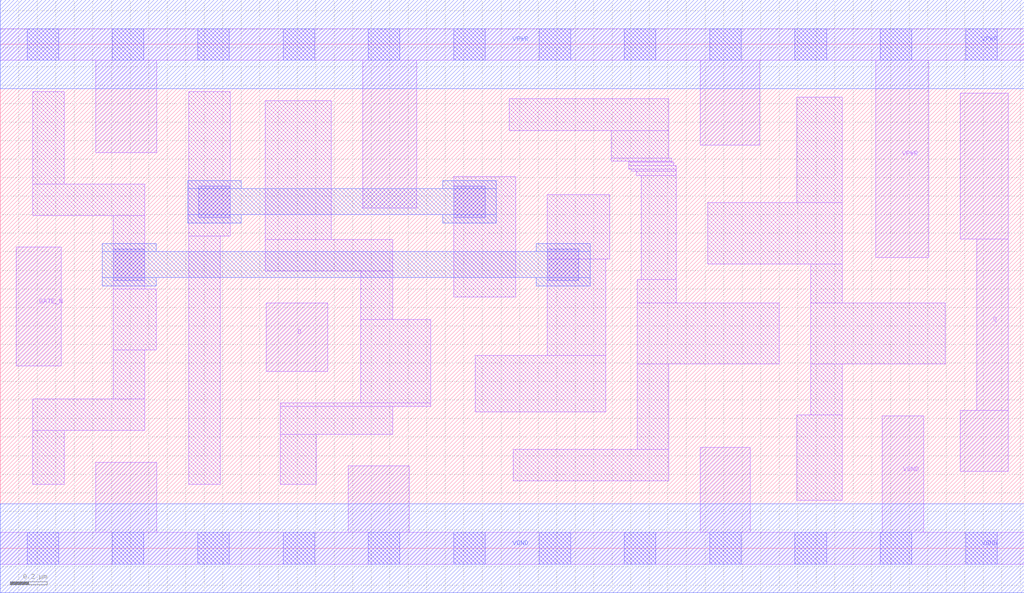
<source format=lef>
# Copyright 2020 The SkyWater PDK Authors
#
# Licensed under the Apache License, Version 2.0 (the "License");
# you may not use this file except in compliance with the License.
# You may obtain a copy of the License at
#
#     https://www.apache.org/licenses/LICENSE-2.0
#
# Unless required by applicable law or agreed to in writing, software
# distributed under the License is distributed on an "AS IS" BASIS,
# WITHOUT WARRANTIES OR CONDITIONS OF ANY KIND, either express or implied.
# See the License for the specific language governing permissions and
# limitations under the License.
#
# SPDX-License-Identifier: Apache-2.0

VERSION 5.7 ;
  NAMESCASESENSITIVE ON ;
  NOWIREEXTENSIONATPIN ON ;
  DIVIDERCHAR "/" ;
  BUSBITCHARS "[]" ;
UNITS
  DATABASE MICRONS 200 ;
END UNITS
MACRO sky130_fd_sc_hd__dlxtn_1
  CLASS CORE ;
  SOURCE USER ;
  FOREIGN sky130_fd_sc_hd__dlxtn_1 ;
  ORIGIN  0.000000  0.000000 ;
  SIZE  5.520000 BY  2.720000 ;
  SYMMETRY X Y R90 ;
  SITE unithd ;
  PIN D
    ANTENNAGATEAREA  0.159000 ;
    DIRECTION INPUT ;
    USE SIGNAL ;
    PORT
      LAYER li1 ;
        RECT 1.435000 0.955000 1.765000 1.325000 ;
    END
  END D
  PIN Q
    ANTENNADIFFAREA  0.429000 ;
    DIRECTION OUTPUT ;
    USE SIGNAL ;
    PORT
      LAYER li1 ;
        RECT 5.175000 0.415000 5.435000 0.745000 ;
        RECT 5.175000 1.670000 5.435000 2.455000 ;
        RECT 5.265000 0.745000 5.435000 1.670000 ;
    END
  END Q
  PIN GATE_N
    ANTENNAGATEAREA  0.159000 ;
    DIRECTION INPUT ;
    USE CLOCK ;
    PORT
      LAYER li1 ;
        RECT 0.085000 0.985000 0.330000 1.625000 ;
    END
  END GATE_N
  PIN VGND
    DIRECTION INOUT ;
    SHAPE ABUTMENT ;
    USE GROUND ;
    PORT
      LAYER li1 ;
        RECT 0.000000 -0.085000 5.520000 0.085000 ;
        RECT 0.515000  0.085000 0.845000 0.465000 ;
        RECT 1.875000  0.085000 2.205000 0.445000 ;
        RECT 3.775000  0.085000 4.045000 0.545000 ;
        RECT 4.755000  0.085000 4.980000 0.715000 ;
      LAYER mcon ;
        RECT 0.145000 -0.085000 0.315000 0.085000 ;
        RECT 0.605000 -0.085000 0.775000 0.085000 ;
        RECT 1.065000 -0.085000 1.235000 0.085000 ;
        RECT 1.525000 -0.085000 1.695000 0.085000 ;
        RECT 1.985000 -0.085000 2.155000 0.085000 ;
        RECT 2.445000 -0.085000 2.615000 0.085000 ;
        RECT 2.905000 -0.085000 3.075000 0.085000 ;
        RECT 3.365000 -0.085000 3.535000 0.085000 ;
        RECT 3.825000 -0.085000 3.995000 0.085000 ;
        RECT 4.285000 -0.085000 4.455000 0.085000 ;
        RECT 4.745000 -0.085000 4.915000 0.085000 ;
        RECT 5.205000 -0.085000 5.375000 0.085000 ;
      LAYER met1 ;
        RECT 0.000000 -0.240000 5.520000 0.240000 ;
    END
  END VGND
  PIN VPWR
    DIRECTION INOUT ;
    SHAPE ABUTMENT ;
    USE POWER ;
    PORT
      LAYER li1 ;
        RECT 0.000000 2.635000 5.520000 2.805000 ;
        RECT 0.515000 2.135000 0.845000 2.635000 ;
        RECT 1.955000 1.835000 2.245000 2.635000 ;
        RECT 3.775000 2.175000 4.095000 2.635000 ;
        RECT 4.720000 1.570000 5.005000 2.635000 ;
      LAYER mcon ;
        RECT 0.145000 2.635000 0.315000 2.805000 ;
        RECT 0.605000 2.635000 0.775000 2.805000 ;
        RECT 1.065000 2.635000 1.235000 2.805000 ;
        RECT 1.525000 2.635000 1.695000 2.805000 ;
        RECT 1.985000 2.635000 2.155000 2.805000 ;
        RECT 2.445000 2.635000 2.615000 2.805000 ;
        RECT 2.905000 2.635000 3.075000 2.805000 ;
        RECT 3.365000 2.635000 3.535000 2.805000 ;
        RECT 3.825000 2.635000 3.995000 2.805000 ;
        RECT 4.285000 2.635000 4.455000 2.805000 ;
        RECT 4.745000 2.635000 4.915000 2.805000 ;
        RECT 5.205000 2.635000 5.375000 2.805000 ;
      LAYER met1 ;
        RECT 0.000000 2.480000 5.520000 2.960000 ;
    END
  END VPWR
  OBS
    LAYER li1 ;
      RECT 0.175000 0.345000 0.345000 0.635000 ;
      RECT 0.175000 0.635000 0.780000 0.805000 ;
      RECT 0.175000 1.795000 0.780000 1.965000 ;
      RECT 0.175000 1.965000 0.345000 2.465000 ;
      RECT 0.610000 0.805000 0.780000 1.070000 ;
      RECT 0.610000 1.070000 0.840000 1.400000 ;
      RECT 0.610000 1.400000 0.780000 1.795000 ;
      RECT 1.015000 0.345000 1.185000 1.685000 ;
      RECT 1.015000 1.685000 1.240000 2.465000 ;
      RECT 1.430000 1.495000 2.115000 1.665000 ;
      RECT 1.430000 1.665000 1.785000 2.415000 ;
      RECT 1.510000 0.345000 1.705000 0.615000 ;
      RECT 1.510000 0.615000 2.115000 0.765000 ;
      RECT 1.510000 0.765000 2.320000 0.785000 ;
      RECT 1.945000 0.785000 2.320000 1.235000 ;
      RECT 1.945000 1.235000 2.115000 1.495000 ;
      RECT 2.445000 1.355000 2.780000 2.005000 ;
      RECT 2.560000 0.735000 3.265000 1.040000 ;
      RECT 2.745000 2.255000 3.605000 2.425000 ;
      RECT 2.765000 0.365000 3.605000 0.535000 ;
      RECT 2.950000 1.040000 3.265000 1.560000 ;
      RECT 2.950000 1.560000 3.285000 1.910000 ;
      RECT 3.295000 2.090000 3.620000 2.105000 ;
      RECT 3.295000 2.105000 3.605000 2.255000 ;
      RECT 3.390000 2.045000 3.645000 2.065000 ;
      RECT 3.390000 2.065000 3.630000 2.085000 ;
      RECT 3.390000 2.085000 3.620000 2.090000 ;
      RECT 3.405000 2.035000 3.645000 2.045000 ;
      RECT 3.430000 2.010000 3.645000 2.035000 ;
      RECT 3.435000 0.535000 3.605000 0.995000 ;
      RECT 3.435000 0.995000 4.200000 1.325000 ;
      RECT 3.435000 1.325000 3.645000 1.450000 ;
      RECT 3.455000 1.450000 3.645000 2.010000 ;
      RECT 3.815000 1.535000 4.540000 1.865000 ;
      RECT 4.295000 0.260000 4.540000 0.720000 ;
      RECT 4.295000 1.865000 4.540000 2.435000 ;
      RECT 4.370000 0.720000 4.540000 0.995000 ;
      RECT 4.370000 0.995000 5.095000 1.325000 ;
      RECT 4.370000 1.325000 4.540000 1.535000 ;
    LAYER mcon ;
      RECT 0.610000 1.445000 0.780000 1.615000 ;
      RECT 1.070000 1.785000 1.240000 1.955000 ;
      RECT 2.445000 1.785000 2.615000 1.955000 ;
      RECT 2.950000 1.445000 3.120000 1.615000 ;
    LAYER met1 ;
      RECT 0.550000 1.415000 0.840000 1.460000 ;
      RECT 0.550000 1.460000 3.180000 1.600000 ;
      RECT 0.550000 1.600000 0.840000 1.645000 ;
      RECT 1.010000 1.755000 1.300000 1.800000 ;
      RECT 1.010000 1.800000 2.675000 1.940000 ;
      RECT 1.010000 1.940000 1.300000 1.985000 ;
      RECT 2.385000 1.755000 2.675000 1.800000 ;
      RECT 2.385000 1.940000 2.675000 1.985000 ;
      RECT 2.890000 1.415000 3.180000 1.460000 ;
      RECT 2.890000 1.600000 3.180000 1.645000 ;
  END
END sky130_fd_sc_hd__dlxtn_1

</source>
